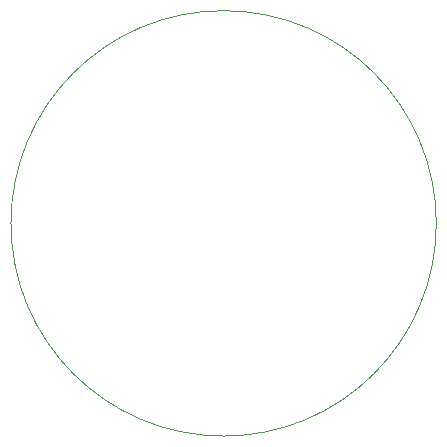
<source format=gbr>
%TF.GenerationSoftware,KiCad,Pcbnew,(5.1.6)-1*%
%TF.CreationDate,2020-09-12T21:12:53+02:00*%
%TF.ProjectId,shock absorber control + IMU v3,73686f63-6b20-4616-9273-6f7262657220,rev?*%
%TF.SameCoordinates,Original*%
%TF.FileFunction,Profile,NP*%
%FSLAX46Y46*%
G04 Gerber Fmt 4.6, Leading zero omitted, Abs format (unit mm)*
G04 Created by KiCad (PCBNEW (5.1.6)-1) date 2020-09-12 21:12:53*
%MOMM*%
%LPD*%
G01*
G04 APERTURE LIST*
%TA.AperFunction,Profile*%
%ADD10C,0.050000*%
%TD*%
G04 APERTURE END LIST*
D10*
X163006943Y-95000000D02*
G75*
G03*
X163006943Y-95000000I-18006943J0D01*
G01*
M02*

</source>
